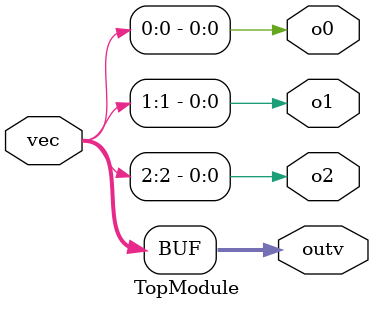
<source format=sv>
module TopModule (
    input  logic [2:0] vec,
    output logic [2:0] outv,
    output logic o2,
    output logic o1,
    output logic o0
);

    // Continuous assignments for combinational logic
    assign outv = vec;
    assign o2 = vec[2];
    assign o1 = vec[1];
    assign o0 = vec[0];

endmodule
</source>
